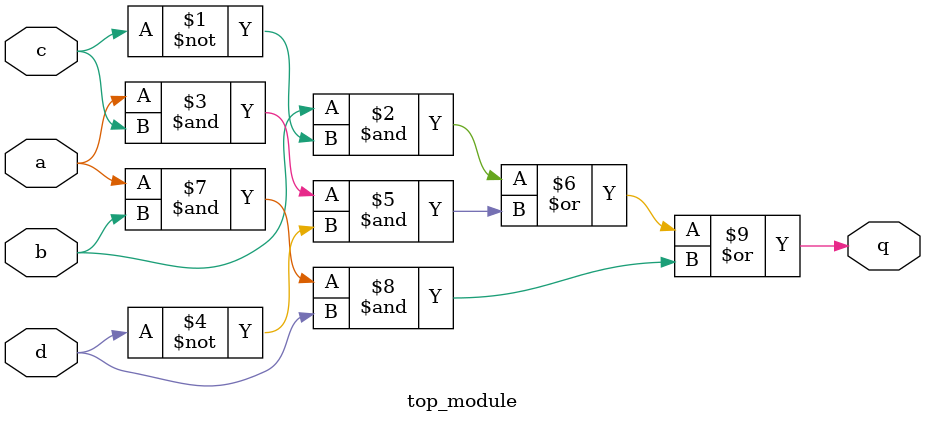
<source format=sv>
module top_module (
    input a, 
    input b, 
    input c, 
    input d,
    output q
);

assign q = (b & ~c) | (a & c & ~d) | (a & b & d);

endmodule

</source>
